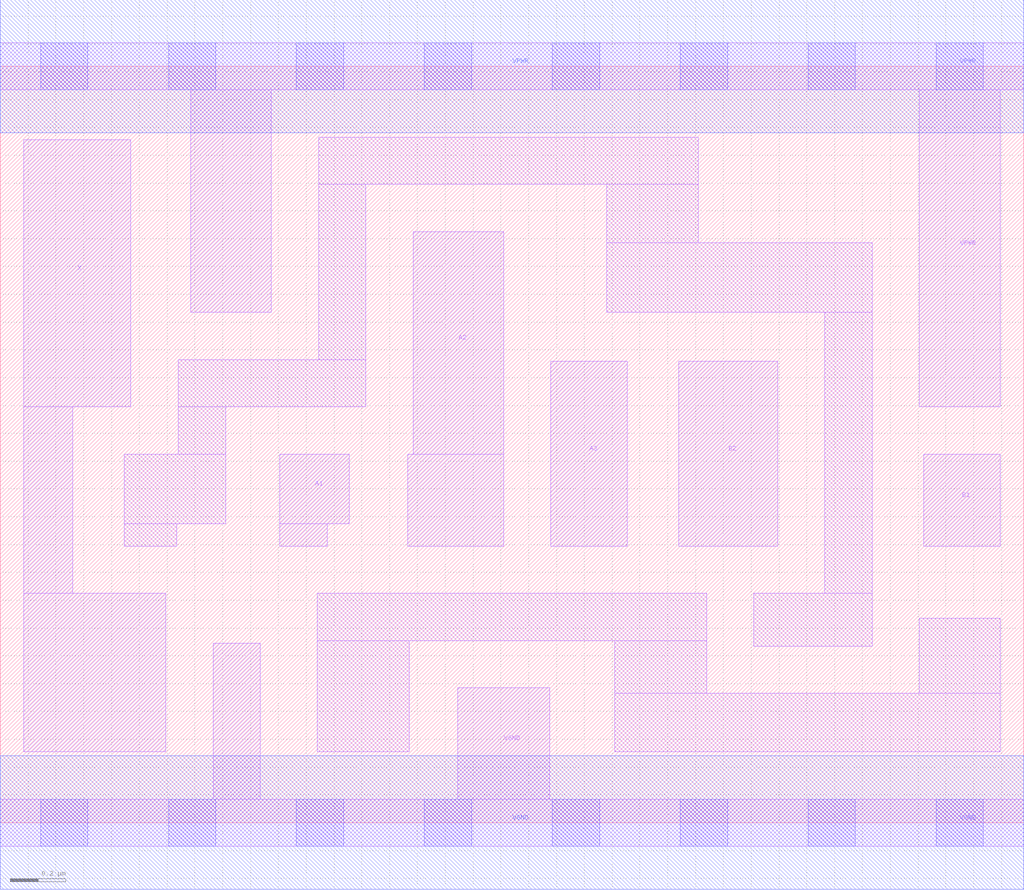
<source format=lef>
# Copyright 2020 The SkyWater PDK Authors
#
# Licensed under the Apache License, Version 2.0 (the "License");
# you may not use this file except in compliance with the License.
# You may obtain a copy of the License at
#
#     https://www.apache.org/licenses/LICENSE-2.0
#
# Unless required by applicable law or agreed to in writing, software
# distributed under the License is distributed on an "AS IS" BASIS,
# WITHOUT WARRANTIES OR CONDITIONS OF ANY KIND, either express or implied.
# See the License for the specific language governing permissions and
# limitations under the License.
#
# SPDX-License-Identifier: Apache-2.0

VERSION 5.7 ;
  NAMESCASESENSITIVE ON ;
  NOWIREEXTENSIONATPIN ON ;
  DIVIDERCHAR "/" ;
  BUSBITCHARS "[]" ;
UNITS
  DATABASE MICRONS 200 ;
END UNITS
MACRO sky130_fd_sc_hd__o32a_1
  CLASS CORE ;
  SOURCE USER ;
  FOREIGN sky130_fd_sc_hd__o32a_1 ;
  ORIGIN  0.000000  0.000000 ;
  SIZE  3.680000 BY  2.720000 ;
  SYMMETRY X Y R90 ;
  SITE unithd ;
  PIN A1
    ANTENNAGATEAREA  0.247500 ;
    DIRECTION INPUT ;
    USE SIGNAL ;
    PORT
      LAYER li1 ;
        RECT 1.005000 0.995000 1.175000 1.075000 ;
        RECT 1.005000 1.075000 1.255000 1.325000 ;
    END
  END A1
  PIN A2
    ANTENNAGATEAREA  0.247500 ;
    DIRECTION INPUT ;
    USE SIGNAL ;
    PORT
      LAYER li1 ;
        RECT 1.465000 0.995000 1.810000 1.325000 ;
        RECT 1.485000 1.325000 1.810000 2.125000 ;
    END
  END A2
  PIN A3
    ANTENNAGATEAREA  0.247500 ;
    DIRECTION INPUT ;
    USE SIGNAL ;
    PORT
      LAYER li1 ;
        RECT 1.980000 0.995000 2.255000 1.660000 ;
    END
  END A3
  PIN B1
    ANTENNAGATEAREA  0.247500 ;
    DIRECTION INPUT ;
    USE SIGNAL ;
    PORT
      LAYER li1 ;
        RECT 3.320000 0.995000 3.595000 1.325000 ;
    END
  END B1
  PIN B2
    ANTENNAGATEAREA  0.247500 ;
    DIRECTION INPUT ;
    USE SIGNAL ;
    PORT
      LAYER li1 ;
        RECT 2.440000 0.995000 2.795000 1.660000 ;
    END
  END B2
  PIN X
    ANTENNADIFFAREA  0.504000 ;
    DIRECTION OUTPUT ;
    USE SIGNAL ;
    PORT
      LAYER li1 ;
        RECT 0.085000 0.255000 0.595000 0.825000 ;
        RECT 0.085000 0.825000 0.260000 1.495000 ;
        RECT 0.085000 1.495000 0.470000 2.455000 ;
    END
  END X
  PIN VGND
    DIRECTION INOUT ;
    SHAPE ABUTMENT ;
    USE GROUND ;
    PORT
      LAYER li1 ;
        RECT 0.000000 -0.085000 3.680000 0.085000 ;
        RECT 0.765000  0.085000 0.935000 0.645000 ;
        RECT 1.645000  0.085000 1.975000 0.485000 ;
      LAYER mcon ;
        RECT 0.145000 -0.085000 0.315000 0.085000 ;
        RECT 0.605000 -0.085000 0.775000 0.085000 ;
        RECT 1.065000 -0.085000 1.235000 0.085000 ;
        RECT 1.525000 -0.085000 1.695000 0.085000 ;
        RECT 1.985000 -0.085000 2.155000 0.085000 ;
        RECT 2.445000 -0.085000 2.615000 0.085000 ;
        RECT 2.905000 -0.085000 3.075000 0.085000 ;
        RECT 3.365000 -0.085000 3.535000 0.085000 ;
      LAYER met1 ;
        RECT 0.000000 -0.240000 3.680000 0.240000 ;
    END
  END VGND
  PIN VPWR
    DIRECTION INOUT ;
    SHAPE ABUTMENT ;
    USE POWER ;
    PORT
      LAYER li1 ;
        RECT 0.000000 2.635000 3.680000 2.805000 ;
        RECT 0.685000 1.835000 0.975000 2.635000 ;
        RECT 3.305000 1.495000 3.595000 2.635000 ;
      LAYER mcon ;
        RECT 0.145000 2.635000 0.315000 2.805000 ;
        RECT 0.605000 2.635000 0.775000 2.805000 ;
        RECT 1.065000 2.635000 1.235000 2.805000 ;
        RECT 1.525000 2.635000 1.695000 2.805000 ;
        RECT 1.985000 2.635000 2.155000 2.805000 ;
        RECT 2.445000 2.635000 2.615000 2.805000 ;
        RECT 2.905000 2.635000 3.075000 2.805000 ;
        RECT 3.365000 2.635000 3.535000 2.805000 ;
      LAYER met1 ;
        RECT 0.000000 2.480000 3.680000 2.960000 ;
    END
  END VPWR
  OBS
    LAYER li1 ;
      RECT 0.445000 0.995000 0.635000 1.075000 ;
      RECT 0.445000 1.075000 0.810000 1.325000 ;
      RECT 0.640000 1.325000 0.810000 1.495000 ;
      RECT 0.640000 1.495000 1.315000 1.665000 ;
      RECT 1.140000 0.255000 1.470000 0.655000 ;
      RECT 1.140000 0.655000 2.540000 0.825000 ;
      RECT 1.145000 1.665000 1.315000 2.295000 ;
      RECT 1.145000 2.295000 2.510000 2.465000 ;
      RECT 2.180000 1.835000 3.135000 2.085000 ;
      RECT 2.180000 2.085000 2.510000 2.295000 ;
      RECT 2.210000 0.255000 3.595000 0.465000 ;
      RECT 2.210000 0.465000 2.540000 0.655000 ;
      RECT 2.710000 0.635000 3.135000 0.825000 ;
      RECT 2.965000 0.825000 3.135000 1.835000 ;
      RECT 3.305000 0.465000 3.595000 0.735000 ;
  END
END sky130_fd_sc_hd__o32a_1

</source>
